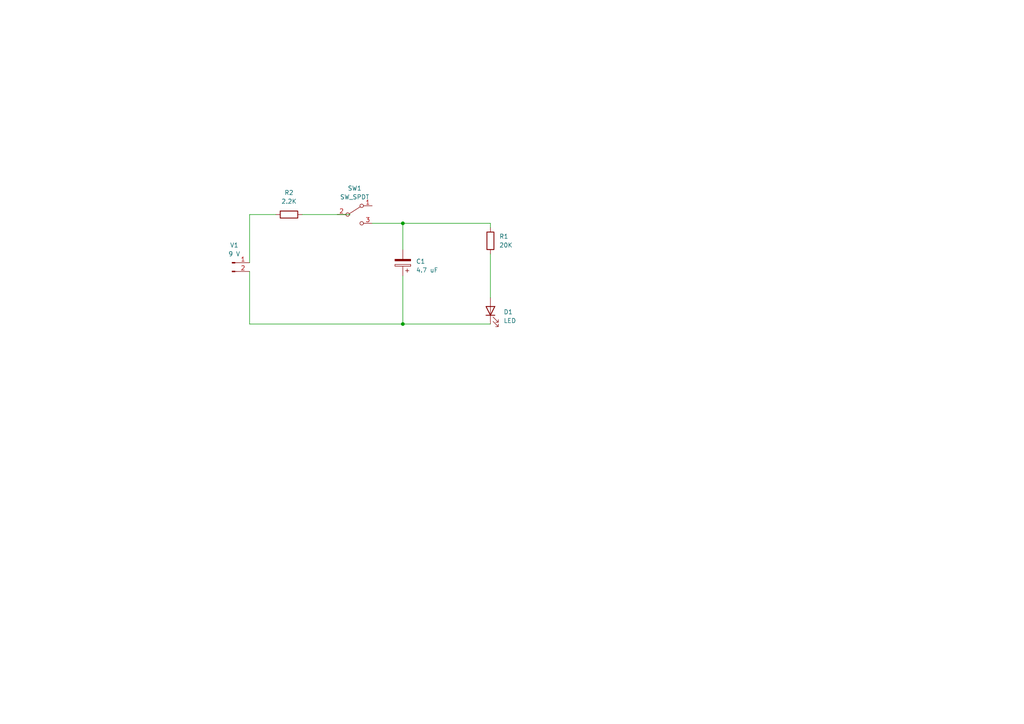
<source format=kicad_sch>
(kicad_sch (version 20211123) (generator eeschema)
  (paper "A4")
  (lib_symbols
    (symbol "Connector:Conn_01x02_Male" (pin_names (offset 1.016) hide)
      (property "Reference" "J" (at 0 2.54 0))
      (property "Value" "Conn_01x02_Male" (at 0 -5.08 0))
      (symbol "Conn_01x02_Male_1_1"
        (polyline (pts (xy 1.27 -2.54) (xy 0.8636 -2.54)) (stroke (width 0.1524)))
        (polyline (pts (xy 1.27 0) (xy 0.8636 0)) (stroke (width 0.1524)))
        (rectangle (start 0.8636 -2.413) (end 0 -2.667) (stroke (width 0.1524)) (fill (type outline)))
        (rectangle (start 0.8636 0.127) (end 0 -0.127) (stroke (width 0.1524)) (fill (type outline)))
        (pin passive line (at 5.08 0 180) (length 3.81) (name "Pin_1") (number "1"))
        (pin passive line (at 5.08 -2.54 180) (length 3.81) (name "Pin_2") (number "2"))
      )
    )
    (symbol "Device:C_Polarized" (pin_numbers hide) (pin_names (offset 0.254))
      (property "Reference" "C" (at 0.635 2.54 0))
      (property "Value" "C_Polarized" (at 0.635 -2.54 0))
      (symbol "C_Polarized_0_1"
        (rectangle (start -2.286 0.508) (end 2.286 1.016))
        (polyline (pts (xy -1.778 2.286) (xy -0.762 2.286)))
        (polyline (pts (xy -1.27 2.794) (xy -1.27 1.778)))
        (rectangle (start 2.286 -0.508) (end -2.286 -1.016) (fill (type outline)))
      )
      (symbol "C_Polarized_1_1"
        (pin passive line (at 0 3.81 270) (length 2.794) (name "~") (number "1"))
        (pin passive line (at 0 -3.81 90) (length 2.794) (name "~") (number "2"))
      )
    )
    (symbol "Device:LED" (pin_numbers hide) (pin_names (offset 1.016) hide)
      (property "Reference" "D" (at 0 2.54 0))
      (property "Value" "LED" (at 0 -2.54 0))
      (symbol "LED_0_1"
        (polyline (pts (xy -1.27 -1.27) (xy -1.27 1.27)) (stroke (width 0.254)))
        (polyline (pts (xy -1.27 0) (xy 1.27 0)))
        (polyline (pts (xy 1.27 -1.27) (xy 1.27 1.27) (xy -1.27 0) (xy 1.27 -1.27)) (stroke (width 0.254)))
        (polyline (pts (xy -3.048 -0.762) (xy -4.572 -2.286) (xy -3.81 -2.286) (xy -4.572 -2.286) (xy -4.572 -1.524)))
        (polyline (pts (xy -1.778 -0.762) (xy -3.302 -2.286) (xy -2.54 -2.286) (xy -3.302 -2.286) (xy -3.302 -1.524)))
      )
      (symbol "LED_1_1"
        (pin passive line (at -3.81 0 0) (length 2.54) (name "K") (number "1"))
        (pin passive line (at 3.81 0 180) (length 2.54) (name "A") (number "2"))
      )
    )
    (symbol "Device:R" (pin_numbers hide) (pin_names (offset 0))
      (property "Reference" "R" (at 2.032 0 90))
      (property "Value" "R" (at 0 0 90))
      (symbol "R_0_1"
        (rectangle (start -1.016 -2.54) (end 1.016 2.54) (stroke (width 0.254)))
      )
      (symbol "R_1_1"
        (pin passive line (at 0 3.81 270) (length 1.27) (name "~") (number "1"))
        (pin passive line (at 0 -3.81 90) (length 1.27) (name "~") (number "2"))
      )
    )
    (symbol "Switch:SW_SPDT" (pin_names (offset 0) hide)
      (property "Reference" "SW" (at 0 4.318 0))
      (property "Value" "SW_SPDT" (at 0 -5.08 0))
      (symbol "SW_SPDT_0_0"
        (circle (center -2.032 0) (radius 0.508))
        (circle (center 2.032 -2.54) (radius 0.508))
      )
      (symbol "SW_SPDT_0_1"
        (polyline (pts (xy -1.524 0.254) (xy 1.651 2.286)))
        (circle (center 2.032 2.54) (radius 0.508))
      )
      (symbol "SW_SPDT_1_1"
        (pin passive line (at 5.08 2.54 180) (length 2.54) (name "A") (number "1"))
        (pin passive line (at -5.08 0 0) (length 2.54) (name "B") (number "2"))
        (pin passive line (at 5.08 -2.54 180) (length 2.54) (name "C") (number "3"))
      )
    )
  )
  (junction (at 116.84 93.98))
  (junction (at 116.84 64.77))
  (wire (pts (xy 107.95 64.77) (xy 116.84 64.77)))
  (wire (pts (xy 72.39 78.74) (xy 72.39 93.98)))
  (wire (pts (xy 116.84 80.01) (xy 116.84 93.98)))
  (wire (pts (xy 72.39 93.98) (xy 116.84 93.98)))
  (wire (pts (xy 116.84 64.77) (xy 142.24 64.77)))
  (wire (pts (xy 116.84 93.98) (xy 142.24 93.98)))
  (wire (pts (xy 80.01 62.23) (xy 72.39 62.23)))
  (wire (pts (xy 72.39 62.23) (xy 72.39 76.2)))
  (wire (pts (xy 116.84 64.77) (xy 116.84 72.39)))
  (wire (pts (xy 142.24 73.66) (xy 142.24 86.36)))
  (wire (pts (xy 87.63 62.23) (xy 101.6 62.23)))
  (wire (pts (xy 142.24 64.77) (xy 142.24 66.04)))
  (symbol (lib_id "Device:LED") (at 142.24 90.17 90) (unit 1)
    (property "Reference" "D1" (at 146.05 90.4874 90) (effects (justify right)))
    (property "Value" "LED" (at 146.05 93.0274 90) (effects (justify right)))
  )
  (symbol (lib_id "Switch:SW_SPDT") (at 102.87 62.23 0) (unit 1)
    (property "Reference" "SW1" (at 102.87 54.61 0))
    (property "Value" "SW_SPDT" (at 102.87 57.15 0))
  )
  (symbol (lib_id "Device:C_Polarized") (at 116.84 76.2 180) (unit 1)
    (property "Reference" "C1" (at 120.65 75.8189 0) (effects (justify right)))
    (property "Value" "4.7 uF" (at 120.65 78.3589 0) (effects (justify right)))
  )
  (symbol (lib_id "Device:R") (at 142.24 69.85 0) (unit 1)
    (property "Reference" "R1" (at 144.78 68.5799 0) (effects (justify left)))
    (property "Value" "20K" (at 144.78 71.1199 0) (effects (justify left)))
  )
  (symbol (lib_id "Device:R") (at 83.82 62.23 90) (unit 1)
    (property "Reference" "R2" (at 83.82 55.88 90))
    (property "Value" "2.2K" (at 83.82 58.42 90))
  )
  (symbol (lib_id "Connector:Conn_01x02_Male") (at 67.31 76.2 0) (unit 1)
    (property "Reference" "V1" (at 67.945 71.12 0))
    (property "Value" "9 V" (at 67.945 73.66 0))
  )
)
</source>
